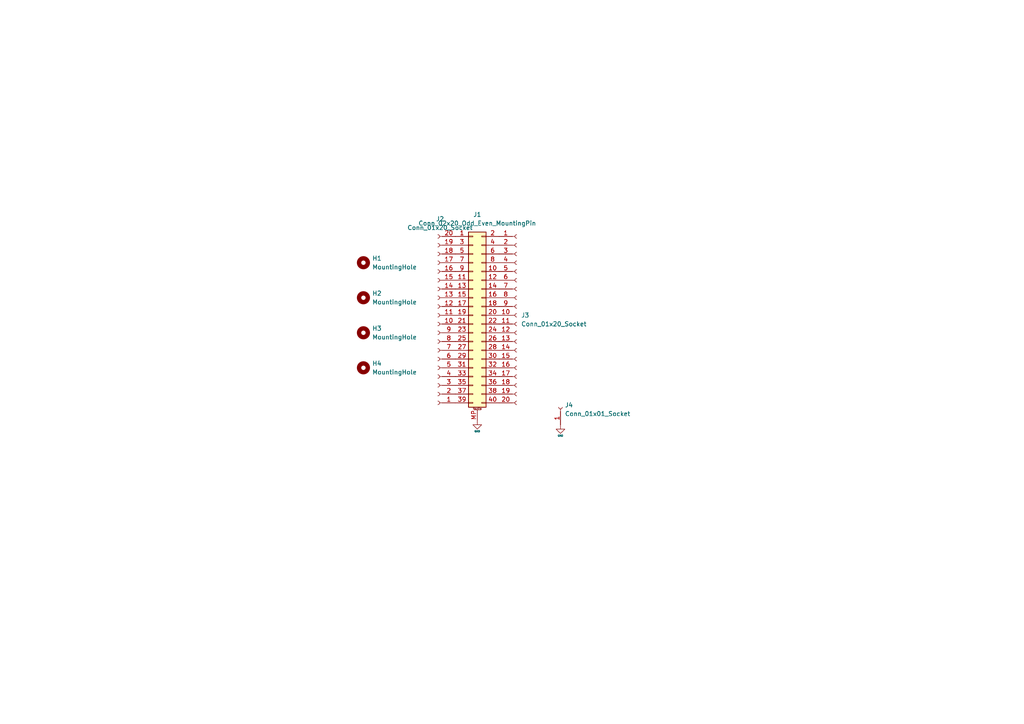
<source format=kicad_sch>
(kicad_sch (version 20230121) (generator eeschema)
  (paper "A4")
  (lib_symbols
    (symbol "Connector:Conn_01x01_Socket" (pin_names (offset 1.016) hide)
      (property "Reference" "J" (at 0 2.54 0))
      (property "Value" "Conn_01x01_Socket" (at 0 -2.54 0))
      (symbol "Conn_01x01_Socket_1_1"
        (polyline (pts (xy -1.27 0) (xy -0.508 0)) (stroke (width 0.1524)))
        (arc (start 0 0.508) (mid -0.5058 0) (end 0 -0.508) (stroke (width 0.1524)))
        (pin passive line (at -5.08 0 0) (length 3.81) (name "Pin_1") (number "1"))
      )
    )
    (symbol "Connector:Conn_01x20_Socket" (pin_names (offset 1.016) hide)
      (property "Reference" "J" (at 0 25.4 0))
      (property "Value" "Conn_01x20_Socket" (at 0 -27.94 0))
      (symbol "Conn_01x20_Socket_1_1"
        (arc (start 0 -24.892) (mid -0.5058 -25.4) (end 0 -25.908) (stroke (width 0.1524)))
        (arc (start 0 -22.352) (mid -0.5058 -22.86) (end 0 -23.368) (stroke (width 0.1524)))
        (arc (start 0 -19.812) (mid -0.5058 -20.32) (end 0 -20.828) (stroke (width 0.1524)))
        (arc (start 0 -17.272) (mid -0.5058 -17.78) (end 0 -18.288) (stroke (width 0.1524)))
        (arc (start 0 -14.732) (mid -0.5058 -15.24) (end 0 -15.748) (stroke (width 0.1524)))
        (arc (start 0 -12.192) (mid -0.5058 -12.7) (end 0 -13.208) (stroke (width 0.1524)))
        (arc (start 0 -9.652) (mid -0.5058 -10.16) (end 0 -10.668) (stroke (width 0.1524)))
        (arc (start 0 -7.112) (mid -0.5058 -7.62) (end 0 -8.128) (stroke (width 0.1524)))
        (arc (start 0 -4.572) (mid -0.5058 -5.08) (end 0 -5.588) (stroke (width 0.1524)))
        (arc (start 0 -2.032) (mid -0.5058 -2.54) (end 0 -3.048) (stroke (width 0.1524)))
        (polyline (pts (xy -1.27 -25.4) (xy -0.508 -25.4)) (stroke (width 0.1524)))
        (polyline (pts (xy -1.27 -22.86) (xy -0.508 -22.86)) (stroke (width 0.1524)))
        (polyline (pts (xy -1.27 -20.32) (xy -0.508 -20.32)) (stroke (width 0.1524)))
        (polyline (pts (xy -1.27 -17.78) (xy -0.508 -17.78)) (stroke (width 0.1524)))
        (polyline (pts (xy -1.27 -15.24) (xy -0.508 -15.24)) (stroke (width 0.1524)))
        (polyline (pts (xy -1.27 -12.7) (xy -0.508 -12.7)) (stroke (width 0.1524)))
        (polyline (pts (xy -1.27 -10.16) (xy -0.508 -10.16)) (stroke (width 0.1524)))
        (polyline (pts (xy -1.27 -7.62) (xy -0.508 -7.62)) (stroke (width 0.1524)))
        (polyline (pts (xy -1.27 -5.08) (xy -0.508 -5.08)) (stroke (width 0.1524)))
        (polyline (pts (xy -1.27 -2.54) (xy -0.508 -2.54)) (stroke (width 0.1524)))
        (polyline (pts (xy -1.27 0) (xy -0.508 0)) (stroke (width 0.1524)))
        (polyline (pts (xy -1.27 2.54) (xy -0.508 2.54)) (stroke (width 0.1524)))
        (polyline (pts (xy -1.27 5.08) (xy -0.508 5.08)) (stroke (width 0.1524)))
        (polyline (pts (xy -1.27 7.62) (xy -0.508 7.62)) (stroke (width 0.1524)))
        (polyline (pts (xy -1.27 10.16) (xy -0.508 10.16)) (stroke (width 0.1524)))
        (polyline (pts (xy -1.27 12.7) (xy -0.508 12.7)) (stroke (width 0.1524)))
        (polyline (pts (xy -1.27 15.24) (xy -0.508 15.24)) (stroke (width 0.1524)))
        (polyline (pts (xy -1.27 17.78) (xy -0.508 17.78)) (stroke (width 0.1524)))
        (polyline (pts (xy -1.27 20.32) (xy -0.508 20.32)) (stroke (width 0.1524)))
        (polyline (pts (xy -1.27 22.86) (xy -0.508 22.86)) (stroke (width 0.1524)))
        (arc (start 0 0.508) (mid -0.5058 0) (end 0 -0.508) (stroke (width 0.1524)))
        (arc (start 0 3.048) (mid -0.5058 2.54) (end 0 2.032) (stroke (width 0.1524)))
        (arc (start 0 5.588) (mid -0.5058 5.08) (end 0 4.572) (stroke (width 0.1524)))
        (arc (start 0 8.128) (mid -0.5058 7.62) (end 0 7.112) (stroke (width 0.1524)))
        (arc (start 0 10.668) (mid -0.5058 10.16) (end 0 9.652) (stroke (width 0.1524)))
        (arc (start 0 13.208) (mid -0.5058 12.7) (end 0 12.192) (stroke (width 0.1524)))
        (arc (start 0 15.748) (mid -0.5058 15.24) (end 0 14.732) (stroke (width 0.1524)))
        (arc (start 0 18.288) (mid -0.5058 17.78) (end 0 17.272) (stroke (width 0.1524)))
        (arc (start 0 20.828) (mid -0.5058 20.32) (end 0 19.812) (stroke (width 0.1524)))
        (arc (start 0 23.368) (mid -0.5058 22.86) (end 0 22.352) (stroke (width 0.1524)))
        (pin passive line (at -5.08 22.86 0) (length 3.81) (name "Pin_1") (number "1"))
        (pin passive line (at -5.08 0 0) (length 3.81) (name "Pin_10") (number "10"))
        (pin passive line (at -5.08 -2.54 0) (length 3.81) (name "Pin_11") (number "11"))
        (pin passive line (at -5.08 -5.08 0) (length 3.81) (name "Pin_12") (number "12"))
        (pin passive line (at -5.08 -7.62 0) (length 3.81) (name "Pin_13") (number "13"))
        (pin passive line (at -5.08 -10.16 0) (length 3.81) (name "Pin_14") (number "14"))
        (pin passive line (at -5.08 -12.7 0) (length 3.81) (name "Pin_15") (number "15"))
        (pin passive line (at -5.08 -15.24 0) (length 3.81) (name "Pin_16") (number "16"))
        (pin passive line (at -5.08 -17.78 0) (length 3.81) (name "Pin_17") (number "17"))
        (pin passive line (at -5.08 -20.32 0) (length 3.81) (name "Pin_18") (number "18"))
        (pin passive line (at -5.08 -22.86 0) (length 3.81) (name "Pin_19") (number "19"))
        (pin passive line (at -5.08 20.32 0) (length 3.81) (name "Pin_2") (number "2"))
        (pin passive line (at -5.08 -25.4 0) (length 3.81) (name "Pin_20") (number "20"))
        (pin passive line (at -5.08 17.78 0) (length 3.81) (name "Pin_3") (number "3"))
        (pin passive line (at -5.08 15.24 0) (length 3.81) (name "Pin_4") (number "4"))
        (pin passive line (at -5.08 12.7 0) (length 3.81) (name "Pin_5") (number "5"))
        (pin passive line (at -5.08 10.16 0) (length 3.81) (name "Pin_6") (number "6"))
        (pin passive line (at -5.08 7.62 0) (length 3.81) (name "Pin_7") (number "7"))
        (pin passive line (at -5.08 5.08 0) (length 3.81) (name "Pin_8") (number "8"))
        (pin passive line (at -5.08 2.54 0) (length 3.81) (name "Pin_9") (number "9"))
      )
    )
    (symbol "Connector_Generic_MountingPin:Conn_02x20_Odd_Even_MountingPin" (pin_names (offset 1.016) hide)
      (property "Reference" "J" (at 1.27 25.4 0))
      (property "Value" "Conn_02x20_Odd_Even_MountingPin" (at 2.54 -27.94 0))
      (symbol "Conn_02x20_Odd_Even_MountingPin_1_1"
        (rectangle (start -1.27 -25.273) (end 0 -25.527) (stroke (width 0.1524)))
        (rectangle (start -1.27 -22.733) (end 0 -22.987) (stroke (width 0.1524)))
        (rectangle (start -1.27 -20.193) (end 0 -20.447) (stroke (width 0.1524)))
        (rectangle (start -1.27 -17.653) (end 0 -17.907) (stroke (width 0.1524)))
        (rectangle (start -1.27 -15.113) (end 0 -15.367) (stroke (width 0.1524)))
        (rectangle (start -1.27 -12.573) (end 0 -12.827) (stroke (width 0.1524)))
        (rectangle (start -1.27 -10.033) (end 0 -10.287) (stroke (width 0.1524)))
        (rectangle (start -1.27 -7.493) (end 0 -7.747) (stroke (width 0.1524)))
        (rectangle (start -1.27 -4.953) (end 0 -5.207) (stroke (width 0.1524)))
        (rectangle (start -1.27 -2.413) (end 0 -2.667) (stroke (width 0.1524)))
        (rectangle (start -1.27 0.127) (end 0 -0.127) (stroke (width 0.1524)))
        (rectangle (start -1.27 2.667) (end 0 2.413) (stroke (width 0.1524)))
        (rectangle (start -1.27 5.207) (end 0 4.953) (stroke (width 0.1524)))
        (rectangle (start -1.27 7.747) (end 0 7.493) (stroke (width 0.1524)))
        (rectangle (start -1.27 10.287) (end 0 10.033) (stroke (width 0.1524)))
        (rectangle (start -1.27 12.827) (end 0 12.573) (stroke (width 0.1524)))
        (rectangle (start -1.27 15.367) (end 0 15.113) (stroke (width 0.1524)))
        (rectangle (start -1.27 17.907) (end 0 17.653) (stroke (width 0.1524)))
        (rectangle (start -1.27 20.447) (end 0 20.193) (stroke (width 0.1524)))
        (rectangle (start -1.27 22.987) (end 0 22.733) (stroke (width 0.1524)))
        (rectangle (start -1.27 24.13) (end 3.81 -26.67) (stroke (width 0.254)) (fill (type background)))
        (polyline (pts (xy 0.254 -27.432) (xy 2.286 -27.432)) (stroke (width 0.1524)))
        (rectangle (start 3.81 -25.273) (end 2.54 -25.527) (stroke (width 0.1524)))
        (rectangle (start 3.81 -22.733) (end 2.54 -22.987) (stroke (width 0.1524)))
        (rectangle (start 3.81 -20.193) (end 2.54 -20.447) (stroke (width 0.1524)))
        (rectangle (start 3.81 -17.653) (end 2.54 -17.907) (stroke (width 0.1524)))
        (rectangle (start 3.81 -15.113) (end 2.54 -15.367) (stroke (width 0.1524)))
        (rectangle (start 3.81 -12.573) (end 2.54 -12.827) (stroke (width 0.1524)))
        (rectangle (start 3.81 -10.033) (end 2.54 -10.287) (stroke (width 0.1524)))
        (rectangle (start 3.81 -7.493) (end 2.54 -7.747) (stroke (width 0.1524)))
        (rectangle (start 3.81 -4.953) (end 2.54 -5.207) (stroke (width 0.1524)))
        (rectangle (start 3.81 -2.413) (end 2.54 -2.667) (stroke (width 0.1524)))
        (rectangle (start 3.81 0.127) (end 2.54 -0.127) (stroke (width 0.1524)))
        (rectangle (start 3.81 2.667) (end 2.54 2.413) (stroke (width 0.1524)))
        (rectangle (start 3.81 5.207) (end 2.54 4.953) (stroke (width 0.1524)))
        (rectangle (start 3.81 7.747) (end 2.54 7.493) (stroke (width 0.1524)))
        (rectangle (start 3.81 10.287) (end 2.54 10.033) (stroke (width 0.1524)))
        (rectangle (start 3.81 12.827) (end 2.54 12.573) (stroke (width 0.1524)))
        (rectangle (start 3.81 15.367) (end 2.54 15.113) (stroke (width 0.1524)))
        (rectangle (start 3.81 17.907) (end 2.54 17.653) (stroke (width 0.1524)))
        (rectangle (start 3.81 20.447) (end 2.54 20.193) (stroke (width 0.1524)))
        (rectangle (start 3.81 22.987) (end 2.54 22.733) (stroke (width 0.1524)))
        (text "Mounting" (at 1.27 -27.051 0) (effects (font (size 0.381 0.381))))
        (pin passive line (at -5.08 22.86 0) (length 3.81) (name "Pin_1") (number "1"))
        (pin passive line (at 7.62 12.7 180) (length 3.81) (name "Pin_10") (number "10"))
        (pin passive line (at -5.08 10.16 0) (length 3.81) (name "Pin_11") (number "11"))
        (pin passive line (at 7.62 10.16 180) (length 3.81) (name "Pin_12") (number "12"))
        (pin passive line (at -5.08 7.62 0) (length 3.81) (name "Pin_13") (number "13"))
        (pin passive line (at 7.62 7.62 180) (length 3.81) (name "Pin_14") (number "14"))
        (pin passive line (at -5.08 5.08 0) (length 3.81) (name "Pin_15") (number "15"))
        (pin passive line (at 7.62 5.08 180) (length 3.81) (name "Pin_16") (number "16"))
        (pin passive line (at -5.08 2.54 0) (length 3.81) (name "Pin_17") (number "17"))
        (pin passive line (at 7.62 2.54 180) (length 3.81) (name "Pin_18") (number "18"))
        (pin passive line (at -5.08 0 0) (length 3.81) (name "Pin_19") (number "19"))
        (pin passive line (at 7.62 22.86 180) (length 3.81) (name "Pin_2") (number "2"))
        (pin passive line (at 7.62 0 180) (length 3.81) (name "Pin_20") (number "20"))
        (pin passive line (at -5.08 -2.54 0) (length 3.81) (name "Pin_21") (number "21"))
        (pin passive line (at 7.62 -2.54 180) (length 3.81) (name "Pin_22") (number "22"))
        (pin passive line (at -5.08 -5.08 0) (length 3.81) (name "Pin_23") (number "23"))
        (pin passive line (at 7.62 -5.08 180) (length 3.81) (name "Pin_24") (number "24"))
        (pin passive line (at -5.08 -7.62 0) (length 3.81) (name "Pin_25") (number "25"))
        (pin passive line (at 7.62 -7.62 180) (length 3.81) (name "Pin_26") (number "26"))
        (pin passive line (at -5.08 -10.16 0) (length 3.81) (name "Pin_27") (number "27"))
        (pin passive line (at 7.62 -10.16 180) (length 3.81) (name "Pin_28") (number "28"))
        (pin passive line (at -5.08 -12.7 0) (length 3.81) (name "Pin_29") (number "29"))
        (pin passive line (at -5.08 20.32 0) (length 3.81) (name "Pin_3") (number "3"))
        (pin passive line (at 7.62 -12.7 180) (length 3.81) (name "Pin_30") (number "30"))
        (pin passive line (at -5.08 -15.24 0) (length 3.81) (name "Pin_31") (number "31"))
        (pin passive line (at 7.62 -15.24 180) (length 3.81) (name "Pin_32") (number "32"))
        (pin passive line (at -5.08 -17.78 0) (length 3.81) (name "Pin_33") (number "33"))
        (pin passive line (at 7.62 -17.78 180) (length 3.81) (name "Pin_34") (number "34"))
        (pin passive line (at -5.08 -20.32 0) (length 3.81) (name "Pin_35") (number "35"))
        (pin passive line (at 7.62 -20.32 180) (length 3.81) (name "Pin_36") (number "36"))
        (pin passive line (at -5.08 -22.86 0) (length 3.81) (name "Pin_37") (number "37"))
        (pin passive line (at 7.62 -22.86 180) (length 3.81) (name "Pin_38") (number "38"))
        (pin passive line (at -5.08 -25.4 0) (length 3.81) (name "Pin_39") (number "39"))
        (pin passive line (at 7.62 20.32 180) (length 3.81) (name "Pin_4") (number "4"))
        (pin passive line (at 7.62 -25.4 180) (length 3.81) (name "Pin_40") (number "40"))
        (pin passive line (at -5.08 17.78 0) (length 3.81) (name "Pin_5") (number "5"))
        (pin passive line (at 7.62 17.78 180) (length 3.81) (name "Pin_6") (number "6"))
        (pin passive line (at -5.08 15.24 0) (length 3.81) (name "Pin_7") (number "7"))
        (pin passive line (at 7.62 15.24 180) (length 3.81) (name "Pin_8") (number "8"))
        (pin passive line (at -5.08 12.7 0) (length 3.81) (name "Pin_9") (number "9"))
        (pin passive line (at 1.27 -30.48 90) (length 3.048) (name "MountPin") (number "MP"))
      )
    )
    (symbol "Mechanical:MountingHole" (pin_names (offset 1.016))
      (property "Reference" "H" (at 0 5.08 0))
      (property "Value" "MountingHole" (at 0 3.175 0))
      (symbol "MountingHole_0_1"
        (circle (center 0 0) (radius 1.27) (stroke (width 1.27)))
      )
    )
    (symbol "power:GND" (power) (pin_names (offset 0))
      (property "Value" "GND" (at 0 -3.81 0))
      (symbol "GND_0_1"
        (polyline (pts (xy 0 0) (xy 0 -1.27) (xy 1.27 -1.27) (xy 0 -2.54) (xy -1.27 -1.27) (xy 0 -1.27)))
      )
      (symbol "GND_1_1"
        (pin power_in line (at 0 0 270) (length 0) hide (name "GND") (number "1"))
      )
    )
  )
  (symbol (lib_id "Connector:Conn_01x01_Socket") (at 162.56 118.11 90) (unit 1)
    (property "Reference" "J4" (at 163.83 117.475 90) (effects (justify right)))
    (property "Value" "Conn_01x01_Socket" (at 163.83 120.015 90) (effects (justify right)))
    (property "Footprint" "Connector_PinHeader_2.54mm:PinHeader_1x01_P2.54mm_Vertical" (effects hide))
  )
  (symbol (lib_id "power:GND") (at 138.43 121.92 0) (unit 1)
    (property "Reference" "#PWR01" (effects hide))
    (property "Value" "GND" (at 138.43 125.095 0) (effects (font (size 0.508 0.508))))
  )
  (symbol (lib_id "Connector:Conn_01x20_Socket") (at 127 93.98 180) (unit 1)
    (property "Reference" "J2" (at 127.635 63.5 0))
    (property "Value" "Conn_01x20_Socket" (at 127.635 66.04 0))
    (property "Footprint" "Connector_PinSocket_2.54mm:PinSocket_1x20_P2.54mm_Vertical" (effects hide))
  )
  (symbol (lib_id "Mechanical:MountingHole") (at 105.41 96.52 0) (unit 1)
    (property "Reference" "H3" (at 107.95 95.25 0) (effects (justify left)))
    (property "Value" "MountingHole" (at 107.95 97.79 0) (effects (justify left)))
    (property "Footprint" "MountingHole:MountingHole_3.2mm_M3_ISO7380" (effects hide))
  )
  (symbol (lib_id "Connector:Conn_01x20_Socket") (at 149.86 91.44 0) (unit 1)
    (property "Reference" "J3" (at 151.13 91.44 0) (effects (justify left)))
    (property "Value" "Conn_01x20_Socket" (at 151.13 93.98 0) (effects (justify left)))
    (property "Footprint" "Connector_PinSocket_2.54mm:PinSocket_1x20_P2.54mm_Vertical" (effects hide))
  )
  (symbol (lib_id "Connector_Generic_MountingPin:Conn_02x20_Odd_Even_MountingPin") (at 137.16 91.44 0) (unit 1)
    (property "Reference" "J1" (at 138.43 62.23 0))
    (property "Value" "Conn_02x20_Odd_Even_MountingPin" (at 138.43 64.77 0))
    (property "Footprint" "A-Thinkpad-USB-keyboard-footprints:Molex Slimstack 54363-0489" (effects hide))
  )
  (symbol (lib_id "Mechanical:MountingHole") (at 105.41 86.36 0) (unit 1)
    (property "Reference" "H2" (at 107.95 85.09 0) (effects (justify left)))
    (property "Value" "MountingHole" (at 107.95 87.63 0) (effects (justify left)))
    (property "Footprint" "MountingHole:MountingHole_3.2mm_M3_ISO7380" (effects hide))
  )
  (symbol (lib_id "power:GND") (at 162.56 123.19 0) (unit 1)
    (property "Reference" "#PWR02" (effects hide))
    (property "Value" "GND" (at 162.56 126.365 0) (effects (font (size 0.508 0.508))))
  )
  (symbol (lib_id "Mechanical:MountingHole") (at 105.41 76.2 0) (unit 1)
    (property "Reference" "H1" (at 107.95 74.93 0) (effects (justify left)))
    (property "Value" "MountingHole" (at 107.95 77.47 0) (effects (justify left)))
    (property "Footprint" "MountingHole:MountingHole_3.2mm_M3_ISO7380" (effects hide))
  )
  (symbol (lib_id "Mechanical:MountingHole") (at 105.41 106.68 0) (unit 1)
    (property "Reference" "H4" (at 107.95 105.41 0) (effects (justify left)))
    (property "Value" "MountingHole" (at 107.95 107.95 0) (effects (justify left)))
    (property "Footprint" "MountingHole:MountingHole_3.2mm_M3_ISO7380" (effects hide))
  )
)
</source>
